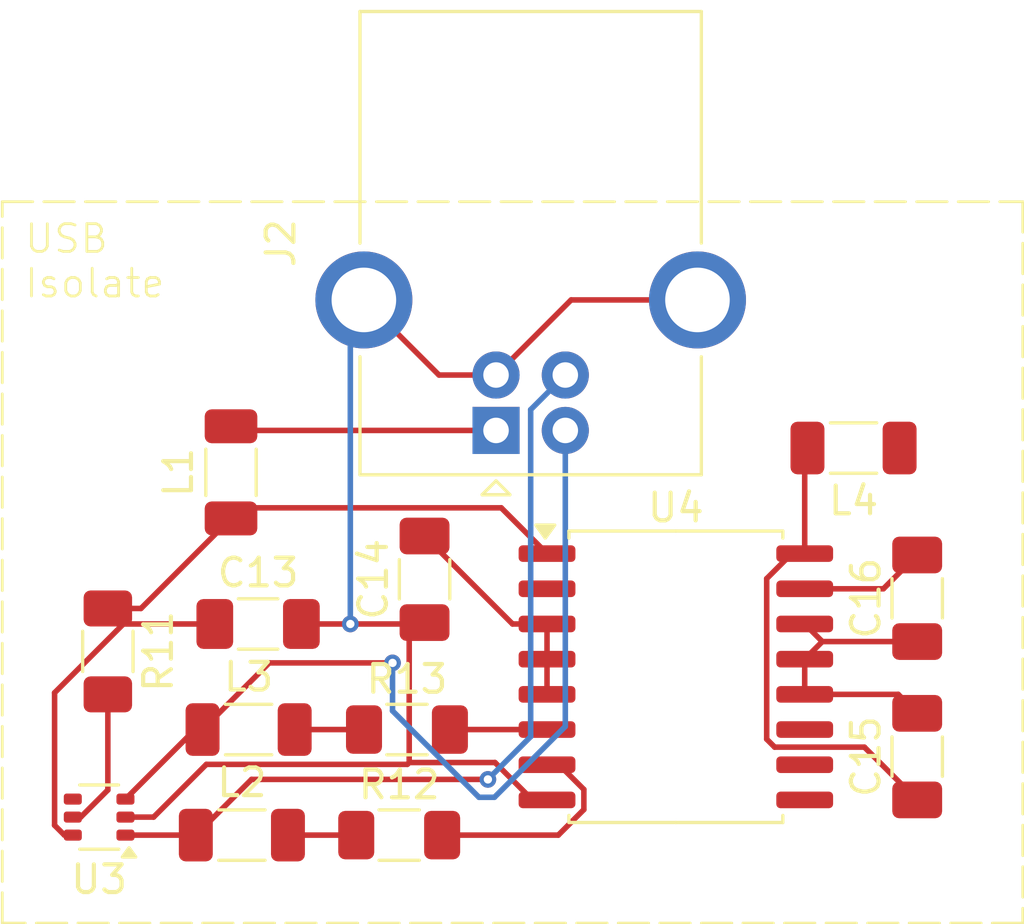
<source format=kicad_pcb>
(kicad_pcb (version 20240108) (generator "pcbnew") (generator_version "8.0")
  (title_block (title "Open Interface III") (date "2025-04-13") (rev "0.1") (company "Jonix"))
  (layers (0 "F.Cu" signal) (31 "B.Cu" signal) (34 "B.Paste" user) (35 "F.Paste" user) (36 "B.SilkS" user "B.Silkscreen") (37 "F.SilkS" user "F.Silkscreen") (38 "B.Mask" user) (39 "F.Mask" user) (44 "Edge.Cuts" user))
  (net 0 "")
  (net 1 "DGND")
  (net 2 "Net-(U4-VBUS1)")
  (net 3 "Net-(U4-PDEN)")
  (net 4 "Net-(U4-PIN)")
  (net 5 "Net-(U4-VBUS2)")
  (net 6 "AGNDC")
  (net 7 "Net-(J2-VBUS)")
  (net 8 "Net-(J2-D-)")
  (net 9 "Net-(J2-D+)")
  (net 10 "Net-(L2-Pad2)")
  (net 11 "Net-(L3-Pad2)")
  (net 12 "+5V")
  (net 13 "Net-(R11-Pad2)")
  (net 14 "Net-(U4-UD+)")
  (net 15 "Net-(U4-UD-)")
  (footprint "Package_TO_SOT_SMD:SOT-363_SC-70-6" (layer "F.Cu") (at 29.53 74.915 180)
    (property "Reference" "U3" (at 0 -2.25 0) (layer "F.SilkS"))
    (property "Value" "NUP4202")
    (fp_line (start -0.7 1.16) (end 0.7 1.16) (stroke (width 0.12)) (layer "F.SilkS"))
    (fp_line (start -0.71 -1.16) (end 0.7 -1.16) (stroke (width 0.12)) (layer "F.SilkS"))
    (fp_poly (pts (xy -1.08 -1.11) (xy -1.32 -1.44) (xy -0.84 -1.44) (xy -1.08 -1.11)) (stroke (width 0.12)) (fill solid) (layer "F.SilkS"))
    (pad "1" smd roundrect (at -0.95 -0.65 180) (size 0.65 0.4) (layers "F.Cu" "F.Paste" "F.Mask") (net 9 "Net-(J2-D+)"))
    (pad "2" smd roundrect (at -0.95 0 180) (size 0.65 0.4) (layers "F.Cu" "F.Paste" "F.Mask") (net 1 "DGND"))
    (pad "3" smd roundrect (at -0.95 0.65 180) (size 0.65 0.4) (layers "F.Cu" "F.Paste" "F.Mask") (net 8 "Net-(J2-D-)"))
    (pad "4" smd roundrect (at 0.95 0.65 180) (size 0.65 0.4) (layers "F.Cu" "F.Paste" "F.Mask"))
    (pad "5" smd roundrect (at 0.95 0 180) (size 0.65 0.4) (layers "F.Cu" "F.Paste" "F.Mask") (net 13 "Net-(R11-Pad2)"))
    (pad "6" smd roundrect (at 0.95 -0.65 180) (size 0.65 0.4) (layers "F.Cu" "F.Paste" "F.Mask") (net 2 "Net-(U4-VBUS1)"))
  )
  (footprint "Capacitor_SMD:C_1206_3216Metric_Pad1.33x1.80mm_HandSolder" (layer "F.Cu") (at 41.275 66.3325 90)
    (property "Reference" "C14" (at 0 -1.85 90) (layer "F.SilkS"))
    (property "Value" "100n")
    (fp_line (start -0.711252 -0.91) (end 0.711252 -0.91) (stroke (width 0.12)) (layer "F.SilkS"))
    (fp_line (start -0.711252 0.91) (end 0.711252 0.91) (stroke (width 0.12)) (layer "F.SilkS"))
    (pad "1" smd roundrect (at -1.5625 0 90) (size 1.325 1.8) (layers "F.Cu" "F.Paste" "F.Mask") (roundrect_rratio 0.188679) (net 1 "DGND"))
    (pad "2" smd roundrect (at 1.5625 0 90) (size 1.325 1.8) (layers "F.Cu" "F.Paste" "F.Mask") (roundrect_rratio 0.188679) (net 3 "Net-(U4-PDEN)"))
  )
  (footprint "Inductor_SMD:L_1206_3216Metric_Pad1.22x1.90mm_HandSolder" (layer "F.Cu") (at 34.6825 75.565)
    (property "Reference" "L2" (at 0 -1.9 0) (layer "F.SilkS"))
    (property "Value" "L")
    (fp_line (start -0.835242 -0.91) (end 0.835242 -0.91) (stroke (width 0.12)) (layer "F.SilkS"))
    (fp_line (start -0.835242 0.91) (end 0.835242 0.91) (stroke (width 0.12)) (layer "F.SilkS"))
    (pad "1" smd roundrect (at -1.6625 0) (size 1.225 1.9) (layers "F.Cu" "F.Paste" "F.Mask") (roundrect_rratio 0.204082) (net 9 "Net-(J2-D+)"))
    (pad "2" smd roundrect (at 1.6625 0) (size 1.225 1.9) (layers "F.Cu" "F.Paste" "F.Mask") (roundrect_rratio 0.204082) (net 10 "Net-(L2-Pad2)"))
  )
  (footprint "Capacitor_SMD:C_1206_3216Metric_Pad1.33x1.80mm_HandSolder" (layer "F.Cu") (at 59.055 67.0175 90)
    (property "Reference" "C16" (at 0 -1.85 90) (layer "F.SilkS"))
    (property "Value" "100n")
    (fp_line (start -0.711252 -0.91) (end 0.711252 -0.91) (stroke (width 0.12)) (layer "F.SilkS"))
    (fp_line (start -0.711252 0.91) (end 0.711252 0.91) (stroke (width 0.12)) (layer "F.SilkS"))
    (pad "1" smd roundrect (at -1.5625 0 90) (size 1.325 1.8) (layers "F.Cu" "F.Paste" "F.Mask") (roundrect_rratio 0.188679) (net 4 "Net-(U4-PIN)"))
    (pad "2" smd roundrect (at 1.5625 0 90) (size 1.325 1.8) (layers "F.Cu" "F.Paste" "F.Mask") (roundrect_rratio 0.188679) (net 6 "AGNDC"))
  )
  (footprint "Resistor_SMD:R_1206_3216Metric_Pad1.30x1.75mm_HandSolder" (layer "F.Cu") (at 29.845 68.935 -90)
    (property "Reference" "R11" (at 0 -1.82 90) (layer "F.SilkS"))
    (property "Value" "10k")
    (fp_line (start -0.727064 0.91) (end 0.727064 0.91) (stroke (width 0.12)) (layer "F.SilkS"))
    (fp_line (start -0.727064 -0.91) (end 0.727064 -0.91) (stroke (width 0.12)) (layer "F.SilkS"))
    (pad "1" smd roundrect (at -1.55 0 270) (size 1.3 1.75) (layers "F.Cu" "F.Paste" "F.Mask") (roundrect_rratio 0.192308) (net 2 "Net-(U4-VBUS1)"))
    (pad "2" smd roundrect (at 1.55 0 270) (size 1.3 1.75) (layers "F.Cu" "F.Paste" "F.Mask") (roundrect_rratio 0.192308) (net 13 "Net-(R11-Pad2)"))
  )
  (footprint "Package_SO:SOIC-16W_7.5x10.3mm_P1.27mm" (layer "F.Cu") (at 50.345 69.85)
    (property "Reference" "U4" (at 0 -6.1 0) (layer "F.SilkS"))
    (property "Value" "ADUM4160")
    (fp_line (start -3.86 -5.26) (end -3.86 -5.005) (stroke (width 0.12)) (layer "F.SilkS"))
    (fp_line (start -3.86 5.26) (end -3.86 5.005) (stroke (width 0.12)) (layer "F.SilkS"))
    (fp_line (start 0 -5.26) (end -3.86 -5.26) (stroke (width 0.12)) (layer "F.SilkS"))
    (fp_line (start 0 -5.26) (end 3.86 -5.26) (stroke (width 0.12)) (layer "F.SilkS"))
    (fp_line (start 0 5.26) (end -3.86 5.26) (stroke (width 0.12)) (layer "F.SilkS"))
    (fp_line (start 0 5.26) (end 3.86 5.26) (stroke (width 0.12)) (layer "F.SilkS"))
    (fp_line (start 3.86 -5.26) (end 3.86 -5.005) (stroke (width 0.12)) (layer "F.SilkS"))
    (fp_line (start 3.86 5.26) (end 3.86 5.005) (stroke (width 0.12)) (layer "F.SilkS"))
    (fp_poly (pts (xy -4.7125 -5.005) (xy -5.0525 -5.475) (xy -4.3725 -5.475) (xy -4.7125 -5.005)) (stroke (width 0.12)) (fill solid) (layer "F.SilkS"))
    (pad "1" smd roundrect (at -4.65 -4.445) (size 2.05 0.6) (layers "F.Cu" "F.Paste" "F.Mask") (net 2 "Net-(U4-VBUS1)"))
    (pad "2" smd roundrect (at -4.65 -3.175) (size 2.05 0.6) (layers "F.Cu" "F.Paste" "F.Mask"))
    (pad "3" smd roundrect (at -4.65 -1.905) (size 2.05 0.6) (layers "F.Cu" "F.Paste" "F.Mask") (net 3 "Net-(U4-PDEN)"))
    (pad "4" smd roundrect (at -4.65 -0.635) (size 2.05 0.6) (layers "F.Cu" "F.Paste" "F.Mask") (net 3 "Net-(U4-PDEN)"))
    (pad "5" smd roundrect (at -4.65 0.635) (size 2.05 0.6) (layers "F.Cu" "F.Paste" "F.Mask") (net 3 "Net-(U4-PDEN)"))
    (pad "6" smd roundrect (at -4.65 1.905) (size 2.05 0.6) (layers "F.Cu" "F.Paste" "F.Mask") (net 15 "Net-(U4-UD-)"))
    (pad "7" smd roundrect (at -4.65 3.175) (size 2.05 0.6) (layers "F.Cu" "F.Paste" "F.Mask") (net 14 "Net-(U4-UD+)"))
    (pad "8" smd roundrect (at -4.65 4.445) (size 2.05 0.6) (layers "F.Cu" "F.Paste" "F.Mask") (net 1 "DGND"))
    (pad "9" smd roundrect (at 4.65 4.445) (size 2.05 0.6) (layers "F.Cu" "F.Paste" "F.Mask"))
    (pad "10" smd roundrect (at 4.65 3.175) (size 2.05 0.6) (layers "F.Cu" "F.Paste" "F.Mask"))
    (pad "11" smd roundrect (at 4.65 1.905) (size 2.05 0.6) (layers "F.Cu" "F.Paste" "F.Mask"))
    (pad "12" smd roundrect (at 4.65 0.635) (size 2.05 0.6) (layers "F.Cu" "F.Paste" "F.Mask") (net 4 "Net-(U4-PIN)"))
    (pad "13" smd roundrect (at 4.65 -0.635) (size 2.05 0.6) (layers "F.Cu" "F.Paste" "F.Mask") (net 4 "Net-(U4-PIN)"))
    (pad "14" smd roundrect (at 4.65 -1.905) (size 2.05 0.6) (layers "F.Cu" "F.Paste" "F.Mask") (net 4 "Net-(U4-PIN)"))
    (pad "15" smd roundrect (at 4.65 -3.175) (size 2.05 0.6) (layers "F.Cu" "F.Paste" "F.Mask") (net 6 "AGNDC"))
    (pad "16" smd roundrect (at 4.65 -4.445) (size 2.05 0.6) (layers "F.Cu" "F.Paste" "F.Mask") (net 5 "Net-(U4-VBUS2)"))
  )
  (footprint "Resistor_SMD:R_1206_3216Metric_Pad1.30x1.75mm_HandSolder" (layer "F.Cu") (at 40.64 71.755)
    (property "Reference" "R13" (at 0 -1.82 0) (layer "F.SilkS"))
    (property "Value" "24R")
    (fp_line (start -0.727064 -0.91) (end 0.727064 -0.91) (stroke (width 0.12)) (layer "F.SilkS"))
    (fp_line (start -0.727064 0.91) (end 0.727064 0.91) (stroke (width 0.12)) (layer "F.SilkS"))
    (pad "1" smd roundrect (at -1.55 0) (size 1.3 1.75) (layers "F.Cu" "F.Paste" "F.Mask") (roundrect_rratio 0.192308) (net 11 "Net-(L3-Pad2)"))
    (pad "2" smd roundrect (at 1.55 0) (size 1.3 1.75) (layers "F.Cu" "F.Paste" "F.Mask") (roundrect_rratio 0.192308) (net 15 "Net-(U4-UD-)"))
  )
  (footprint "Capacitor_SMD:C_1206_3216Metric_Pad1.33x1.80mm_HandSolder" (layer "F.Cu") (at 59.055 72.7325 90)
    (property "Reference" "C15" (at 0 -1.85 90) (layer "F.SilkS"))
    (property "Value" "100n")
    (fp_line (start -0.711252 -0.91) (end 0.711252 -0.91) (stroke (width 0.12)) (layer "F.SilkS"))
    (fp_line (start -0.711252 0.91) (end 0.711252 0.91) (stroke (width 0.12)) (layer "F.SilkS"))
    (pad "1" smd roundrect (at -1.5625 0 90) (size 1.325 1.8) (layers "F.Cu" "F.Paste" "F.Mask") (roundrect_rratio 0.188679) (net 5 "Net-(U4-VBUS2)"))
    (pad "2" smd roundrect (at 1.5625 0 90) (size 1.325 1.8) (layers "F.Cu" "F.Paste" "F.Mask") (roundrect_rratio 0.188679) (net 4 "Net-(U4-PIN)"))
  )
  (footprint "Capacitor_SMD:C_1206_3216Metric_Pad1.33x1.80mm_HandSolder" (layer "F.Cu") (at 35.2675 67.945)
    (property "Reference" "C13" (at 0 -1.85 0) (layer "F.SilkS"))
    (property "Value" "100n")
    (fp_line (start -0.711252 -0.91) (end 0.711252 -0.91) (stroke (width 0.12)) (layer "F.SilkS"))
    (fp_line (start -0.711252 0.91) (end 0.711252 0.91) (stroke (width 0.12)) (layer "F.SilkS"))
    (pad "1" smd roundrect (at -1.5625 0) (size 1.325 1.8) (layers "F.Cu" "F.Paste" "F.Mask") (roundrect_rratio 0.188679) (net 2 "Net-(U4-VBUS1)"))
    (pad "2" smd roundrect (at 1.5625 0) (size 1.325 1.8) (layers "F.Cu" "F.Paste" "F.Mask") (roundrect_rratio 0.188679) (net 1 "DGND"))
  )
  (footprint "Inductor_SMD:L_1206_3216Metric_Pad1.22x1.90mm_HandSolder" (layer "F.Cu") (at 34.925 71.755)
    (property "Reference" "L3" (at 0 -1.9 0) (layer "F.SilkS"))
    (property "Value" "L")
    (fp_line (start -0.835242 -0.91) (end 0.835242 -0.91) (stroke (width 0.12)) (layer "F.SilkS"))
    (fp_line (start -0.835242 0.91) (end 0.835242 0.91) (stroke (width 0.12)) (layer "F.SilkS"))
    (pad "1" smd roundrect (at -1.6625 0) (size 1.225 1.9) (layers "F.Cu" "F.Paste" "F.Mask") (roundrect_rratio 0.204082) (net 8 "Net-(J2-D-)"))
    (pad "2" smd roundrect (at 1.6625 0) (size 1.225 1.9) (layers "F.Cu" "F.Paste" "F.Mask") (roundrect_rratio 0.204082) (net 11 "Net-(L3-Pad2)"))
  )
  (footprint "MyFootprints:USB_B_OST_USB-B1HSxx_Horizontal" (layer "F.Cu") (at 43.855 60.96 90)
    (property "Reference" "J2" (at 6.76 -7.77 90) (layer "F.SilkS"))
    (property "Value" "USB_B")
    (fp_line (start 15.12 -4.91) (end 15.12 7.41) (stroke (width 0.12)) (layer "F.SilkS"))
    (fp_line (start 6.76 -4.91) (end 15.12 -4.91) (stroke (width 0.12)) (layer "F.SilkS"))
    (fp_line (start 2.66 -4.91) (end -1.6 -4.91) (stroke (width 0.12)) (layer "F.SilkS"))
    (fp_line (start -1.6 -4.91) (end -1.6 7.41) (stroke (width 0.12)) (layer "F.SilkS"))
    (fp_line (start -2.32 -0.5) (end -2.32 0.5) (stroke (width 0.12)) (layer "F.SilkS"))
    (fp_line (start -1.82 0) (end -2.32 -0.5) (stroke (width 0.12)) (layer "F.SilkS"))
    (fp_line (start -2.32 0.5) (end -1.82 0) (stroke (width 0.12)) (layer "F.SilkS"))
    (fp_line (start 15.12 7.41) (end 6.76 7.41) (stroke (width 0.12)) (layer "F.SilkS"))
    (fp_line (start -1.6 7.41) (end 2.66 7.41) (stroke (width 0.12)) (layer "F.SilkS"))
    (pad "1" thru_hole rect (at 0 0 90) (size 1.7 1.7) (drill 0.92) (layers "*.Cu" "*.Mask") (net 7 "Net-(J2-VBUS)"))
    (pad "2" thru_hole circle (at 0 2.5 90) (size 1.7 1.7) (drill 0.92) (layers "*.Cu" "*.Mask") (net 8 "Net-(J2-D-)"))
    (pad "3" thru_hole circle (at 2 2.5 90) (size 1.7 1.7) (drill 0.92) (layers "*.Cu" "*.Mask") (net 9 "Net-(J2-D+)"))
    (pad "4" thru_hole circle (at 2 0 90) (size 1.7 1.7) (drill 0.92) (layers "*.Cu" "*.Mask") (net 1 "DGND"))
    (pad "5" thru_hole circle (at 4.71 -4.77 90) (size 3.5 3.5) (drill 2.33) (layers "*.Cu" "*.Mask") (net 1 "DGND"))
    (pad "5" thru_hole circle (at 4.71 7.27 90) (size 3.5 3.5) (drill 2.33) (layers "*.Cu" "*.Mask") (net 1 "DGND"))
  )
  (footprint "Resistor_SMD:R_1206_3216Metric_Pad1.30x1.75mm_HandSolder" (layer "F.Cu") (at 40.36 75.565)
    (property "Reference" "R12" (at 0 -1.82 0) (layer "F.SilkS"))
    (property "Value" "24R")
    (fp_line (start -0.727064 -0.91) (end 0.727064 -0.91) (stroke (width 0.12)) (layer "F.SilkS"))
    (fp_line (start -0.727064 0.91) (end 0.727064 0.91) (stroke (width 0.12)) (layer "F.SilkS"))
    (pad "1" smd roundrect (at -1.55 0) (size 1.3 1.75) (layers "F.Cu" "F.Paste" "F.Mask") (roundrect_rratio 0.192308) (net 10 "Net-(L2-Pad2)"))
    (pad "2" smd roundrect (at 1.55 0) (size 1.3 1.75) (layers "F.Cu" "F.Paste" "F.Mask") (roundrect_rratio 0.192308) (net 14 "Net-(U4-UD+)"))
  )
  (footprint "Inductor_SMD:L_1206_3216Metric_Pad1.22x1.90mm_HandSolder" (layer "F.Cu") (at 56.7575 61.595 180)
    (property "Reference" "L4" (at 0 -1.9 0) (layer "F.SilkS"))
    (property "Value" "10uH")
    (fp_line (start -0.835242 0.91) (end 0.835242 0.91) (stroke (width 0.12)) (layer "F.SilkS"))
    (fp_line (start -0.835242 -0.91) (end 0.835242 -0.91) (stroke (width 0.12)) (layer "F.SilkS"))
    (pad "1" smd roundrect (at -1.6625 0 180) (size 1.225 1.9) (layers "F.Cu" "F.Paste" "F.Mask") (roundrect_rratio 0.204082) (net 12 "+5V"))
    (pad "2" smd roundrect (at 1.6625 0 180) (size 1.225 1.9) (layers "F.Cu" "F.Paste" "F.Mask") (roundrect_rratio 0.204082) (net 5 "Net-(U4-VBUS2)"))
  )
  (footprint "Inductor_SMD:L_1206_3216Metric_Pad1.22x1.90mm_HandSolder" (layer "F.Cu") (at 34.29 62.4725 90)
    (property "Reference" "L1" (at 0 -1.9 90) (layer "F.SilkS"))
    (property "Value" "10uH")
    (fp_line (start -0.835242 -0.91) (end 0.835242 -0.91) (stroke (width 0.12)) (layer "F.SilkS"))
    (fp_line (start -0.835242 0.91) (end 0.835242 0.91) (stroke (width 0.12)) (layer "F.SilkS"))
    (pad "1" smd roundrect (at -1.6625 0 90) (size 1.225 1.9) (layers "F.Cu" "F.Paste" "F.Mask") (roundrect_rratio 0.204082) (net 2 "Net-(U4-VBUS1)"))
    (pad "2" smd roundrect (at 1.6625 0 90) (size 1.225 1.9) (layers "F.Cu" "F.Paste" "F.Mask") (roundrect_rratio 0.204082) (net 7 "Net-(J2-VBUS)"))
  )
  (gr_text_box "USB \nIsolate" (start 26.035 52.705) (end 62.865 78.74) (layer "F.SilkS") (effects (font (size 1 1) (thickness 0.1)) (justify left top)) (border yes) (stroke (width 0.1) (type dash)))
  (segment (start 40.7213 72.945) (end 40.655 73.0113) (width 0.2) (layer "F.Cu") (net 1))
  (segment (start 46.565 56.25) (end 43.855 58.96) (width 0.2) (layer "F.Cu") (net 1))
  (segment (start 38.5963 67.945) (end 40.7213 67.945) (width 0.2) (layer "F.Cu") (net 1))
  (segment (start 40.7213 67.945) (end 41.225 67.945) (width 0.2) (layer "F.Cu") (net 1))
  (segment (start 40.655 73.0113) (end 33.4001 73.0113) (width 0.2) (layer "F.Cu") (net 1))
  (segment (start 41.795 58.96) (end 39.085 56.25) (width 0.2) (layer "F.Cu") (net 1))
  (segment (start 36.83 67.945) (end 38.5963 67.945) (width 0.2) (layer "F.Cu") (net 1))
  (segment (start 31.4964 74.915) (end 30.48 74.915) (width 0.2) (layer "F.Cu") (net 1))
  (segment (start 43.855 58.96) (end 41.795 58.96) (width 0.2) (layer "F.Cu") (net 1))
  (segment (start 51.125 56.25) (end 46.565 56.25) (width 0.2) (layer "F.Cu") (net 1))
  (segment (start 45.695 74.295) (end 45.1681 74.295) (width 0.2) (layer "F.Cu") (net 1))
  (segment (start 40.7213 72.945) (end 40.7213 67.945) (width 0.2) (layer "F.Cu") (net 1))
  (segment (start 41.225 67.945) (end 41.275 67.895) (width 0.2) (layer "F.Cu") (net 1))
  (segment (start 33.4001 73.0113) (end 31.4964 74.915) (width 0.2) (layer "F.Cu") (net 1))
  (segment (start 43.8181 72.945) (end 40.7213 72.945) (width 0.2) (layer "F.Cu") (net 1))
  (segment (start 45.1681 74.295) (end 43.8181 72.945) (width 0.2) (layer "F.Cu") (net 1))
  (via (at 38.5963 67.945) (size 0.6) (drill 0.3) (layers "F.Cu" "B.Cu") (net 1))
  (segment (start 38.5963 56.7387) (end 38.5963 67.945) (width 0.2) (layer "B.Cu") (net 1))
  (segment (start 39.085 56.25) (end 38.5963 56.7387) (width 0.2) (layer "B.Cu") (net 1))
  (segment (start 28.277 75.565) (end 27.9228 75.2108) (width 0.2) (layer "F.Cu") (net 2))
  (segment (start 31.04 67.385) (end 34.29 64.135) (width 0.2) (layer "F.Cu") (net 2))
  (segment (start 28.58 75.565) (end 28.277 75.565) (width 0.2) (layer "F.Cu") (net 2))
  (segment (start 34.29 64.135) (end 34.6722 63.7528) (width 0.2) (layer "F.Cu") (net 2))
  (segment (start 29.845 67.385) (end 31.04 67.385) (width 0.2) (layer "F.Cu") (net 2))
  (segment (start 27.9228 70.4272) (end 30.405 67.945) (width 0.2) (layer "F.Cu") (net 2))
  (segment (start 30.405 67.945) (end 29.845 67.385) (width 0.2) (layer "F.Cu") (net 2))
  (segment (start 34.6722 63.7528) (end 44.0428 63.7528) (width 0.2) (layer "F.Cu") (net 2))
  (segment (start 27.9228 75.2108) (end 27.9228 70.4272) (width 0.2) (layer "F.Cu") (net 2))
  (segment (start 44.0428 63.7528) (end 45.695 65.405) (width 0.2) (layer "F.Cu") (net 2))
  (segment (start 33.705 67.945) (end 30.405 67.945) (width 0.2) (layer "F.Cu") (net 2))
  (segment (start 45.695 69.215) (end 45.695 67.945) (width 0.2) (layer "F.Cu") (net 3))
  (segment (start 41.275 64.77) (end 44.45 67.945) (width 0.2) (layer "F.Cu") (net 3))
  (segment (start 45.695 70.485) (end 45.695 69.215) (width 0.2) (layer "F.Cu") (net 3))
  (segment (start 44.45 67.945) (end 45.695 67.945) (width 0.2) (layer "F.Cu") (net 3))
  (segment (start 55.63 68.58) (end 54.995 69.215) (width 0.2) (layer "F.Cu") (net 4))
  (segment (start 54.995 69.215) (end 54.995 70.485) (width 0.2) (layer "F.Cu") (net 4))
  (segment (start 58.37 70.485) (end 54.995 70.485) (width 0.2) (layer "F.Cu") (net 4))
  (segment (start 54.995 67.945) (end 55.63 68.58) (width 0.2) (layer "F.Cu") (net 4))
  (segment (start 59.055 68.58) (end 55.63 68.58) (width 0.2) (layer "F.Cu") (net 4))
  (segment (start 59.055 71.17) (end 58.37 70.485) (width 0.2) (layer "F.Cu") (net 4))
  (segment (start 54.995 65.405) (end 54.5263 65.405) (width 0.2) (layer "F.Cu") (net 5))
  (segment (start 54.995 61.695) (end 55.095 61.595) (width 0.2) (layer "F.Cu") (net 5))
  (segment (start 53.6229 66.3084) (end 53.6229 72.1011) (width 0.2) (layer "F.Cu") (net 5))
  (segment (start 53.9118 72.39) (end 57.15 72.39) (width 0.2) (layer "F.Cu") (net 5))
  (segment (start 57.15 72.39) (end 59.055 74.295) (width 0.2) (layer "F.Cu") (net 5))
  (segment (start 53.6229 72.1011) (end 53.9118 72.39) (width 0.2) (layer "F.Cu") (net 5))
  (segment (start 54.5263 65.405) (end 53.6229 66.3084) (width 0.2) (layer "F.Cu") (net 5))
  (segment (start 54.995 65.405) (end 54.995 61.695) (width 0.2) (layer "F.Cu") (net 5))
  (segment (start 57.835 66.675) (end 54.995 66.675) (width 0.2) (layer "F.Cu") (net 6))
  (segment (start 59.055 65.455) (end 57.835 66.675) (width 0.2) (layer "F.Cu") (net 6))
  (segment (start 43.855 60.96) (end 34.44 60.96) (width 0.2) (layer "F.Cu") (net 7))
  (segment (start 34.44 60.96) (end 34.29 60.81) (width 0.2) (layer "F.Cu") (net 7))
  (segment (start 32.99 71.755) (end 33.2625 71.755) (width 0.2) (layer "F.Cu") (net 8))
  (segment (start 35.6678 69.3497) (end 33.2625 71.755) (width 0.2) (layer "F.Cu") (net 8))
  (segment (start 40.1196 69.3497) (end 35.6678 69.3497) (width 0.2) (layer "F.Cu") (net 8))
  (segment (start 30.48 74.265) (end 32.99 71.755) (width 0.2) (layer "F.Cu") (net 8))
  (via (at 40.1196 69.3497) (size 0.6) (drill 0.3) (layers "F.Cu" "B.Cu") (net 8))
  (segment (start 43.7962 74.2005) (end 43.2394 74.2005) (width 0.2) (layer "B.Cu") (net 8))
  (segment (start 46.355 71.6417) (end 43.7962 74.2005) (width 0.2) (layer "B.Cu") (net 8))
  (segment (start 40.1196 71.0807) (end 40.1196 69.3497) (width 0.2) (layer "B.Cu") (net 8))
  (segment (start 46.355 60.96) (end 46.355 71.6417) (width 0.2) (layer "B.Cu") (net 8))
  (segment (start 43.2394 74.2005) (end 40.1196 71.0807) (width 0.2) (layer "B.Cu") (net 8))
  (segment (start 33.02 75.565) (end 35.0305 73.5545) (width 0.2) (layer "F.Cu") (net 9))
  (segment (start 30.48 75.565) (end 33.02 75.565) (width 0.2) (layer "F.Cu") (net 9))
  (segment (start 35.0305 73.5545) (end 43.5611 73.5545) (width 0.2) (layer "F.Cu") (net 9))
  (via (at 43.5611 73.5545) (size 0.6) (drill 0.3) (layers "F.Cu" "B.Cu") (net 9))
  (segment (start 45.1049 60.2101) (end 45.1049 72.0107) (width 0.2) (layer "B.Cu") (net 9))
  (segment (start 46.355 58.96) (end 45.1049 60.2101) (width 0.2) (layer "B.Cu") (net 9))
  (segment (start 45.1049 72.0107) (end 43.5611 73.5545) (width 0.2) (layer "B.Cu") (net 9))
  (segment (start 38.81 75.565) (end 36.345 75.565) (width 0.2) (layer "F.Cu") (net 10))
  (segment (start 39.09 71.755) (end 36.5875 71.755) (width 0.2) (layer "F.Cu") (net 11))
  (segment (start 29.845 70.485) (end 29.845 73.936) (width 0.2) (layer "F.Cu") (net 13))
  (segment (start 28.866 74.915) (end 28.58 74.915) (width 0.2) (layer "F.Cu") (net 13))
  (segment (start 29.845 73.936) (end 28.866 74.915) (width 0.2) (layer "F.Cu") (net 13))
  (segment (start 47.0247 74.6425) (end 47.0247 73.9169) (width 0.2) (layer "F.Cu") (net 14))
  (segment (start 41.91 75.565) (end 46.1022 75.565) (width 0.2) (layer "F.Cu") (net 14))
  (segment (start 47.0247 73.9169) (end 46.1328 73.025) (width 0.2) (layer "F.Cu") (net 14))
  (segment (start 46.1022 75.565) (end 47.0247 74.6425) (width 0.2) (layer "F.Cu") (net 14))
  (segment (start 46.1328 73.025) (end 45.695 73.025) (width 0.2) (layer "F.Cu") (net 14))
  (segment (start 42.19 71.755) (end 45.695 71.755) (width 0.2) (layer "F.Cu") (net 15))
)
</source>
